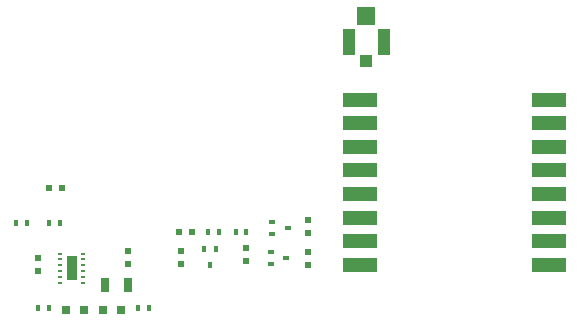
<source format=gtp>
G04 #@! TF.FileFunction,Paste,Top*
%FSLAX46Y46*%
G04 Gerber Fmt 4.6, Leading zero omitted, Abs format (unit mm)*
G04 Created by KiCad (PCBNEW 4.0.5+dfsg1-4) date Tue Oct  2 15:16:33 2018*
%MOMM*%
%LPD*%
G01*
G04 APERTURE LIST*
%ADD10C,0.100000*%
%ADD11R,1.100000X2.250000*%
%ADD12R,1.050000X1.100000*%
%ADD13R,1.524000X1.524000*%
%ADD14R,3.000000X1.300000*%
%ADD15R,0.500000X0.600000*%
%ADD16R,0.600000X0.500000*%
%ADD17R,0.797560X0.797560*%
%ADD18R,0.700000X1.300000*%
%ADD19R,0.510000X0.400000*%
%ADD20R,0.400000X0.600000*%
%ADD21O,0.500000X0.250000*%
%ADD22R,0.900000X2.000000*%
%ADD23R,0.400000X0.510000*%
G04 APERTURE END LIST*
D10*
D11*
X154325000Y-103200000D03*
X157275000Y-103200000D03*
D12*
X155800000Y-104750000D03*
D13*
X155800000Y-101000000D03*
D14*
X171310000Y-108060000D03*
X171310000Y-110060000D03*
X171310000Y-112060000D03*
X171310000Y-114060000D03*
X171310000Y-116060000D03*
X171310000Y-118060000D03*
X171310000Y-120060000D03*
X171310000Y-122060000D03*
X155310000Y-122060000D03*
X155310000Y-120060000D03*
X155310000Y-118060000D03*
X155310000Y-116060000D03*
X155310000Y-114060000D03*
X155310000Y-112060000D03*
X155310000Y-110060000D03*
X155310000Y-108060000D03*
D15*
X128020000Y-122540000D03*
X128020000Y-121440000D03*
X135670000Y-121940000D03*
X135670000Y-120840000D03*
X150900000Y-119350000D03*
X150900000Y-118250000D03*
X145600000Y-120650000D03*
X145600000Y-121750000D03*
X140100000Y-121950000D03*
X140100000Y-120850000D03*
D16*
X141050000Y-119300000D03*
X139950000Y-119300000D03*
X130070000Y-115530000D03*
X128970000Y-115530000D03*
D17*
X135019300Y-125840000D03*
X133520700Y-125840000D03*
X130420700Y-125840000D03*
X131919300Y-125840000D03*
D18*
X133710000Y-123740000D03*
X135610000Y-123740000D03*
D19*
X147750000Y-121000000D03*
X147750000Y-122000000D03*
X149050000Y-121500000D03*
X147850000Y-118400000D03*
X147850000Y-119400000D03*
X149150000Y-118900000D03*
D20*
X126170000Y-118540000D03*
X127070000Y-118540000D03*
X129870000Y-118540000D03*
X128970000Y-118540000D03*
X137420000Y-125740000D03*
X136520000Y-125740000D03*
X128020000Y-125740000D03*
X128920000Y-125740000D03*
X143350000Y-119300000D03*
X142450000Y-119300000D03*
D21*
X131820000Y-123590000D03*
X131820000Y-123090000D03*
X131820000Y-122590000D03*
X131820000Y-122090000D03*
X131820000Y-121590000D03*
X131820000Y-121090000D03*
X129920000Y-121090000D03*
X129920000Y-121590000D03*
X129920000Y-122090000D03*
X129920000Y-122590000D03*
X129920000Y-123090000D03*
X129920000Y-123590000D03*
D22*
X130870000Y-122340000D03*
D15*
X150900000Y-122050000D03*
X150900000Y-120950000D03*
D23*
X143100000Y-120750000D03*
X142100000Y-120750000D03*
X142600000Y-122050000D03*
D20*
X145650000Y-119300000D03*
X144750000Y-119300000D03*
M02*

</source>
